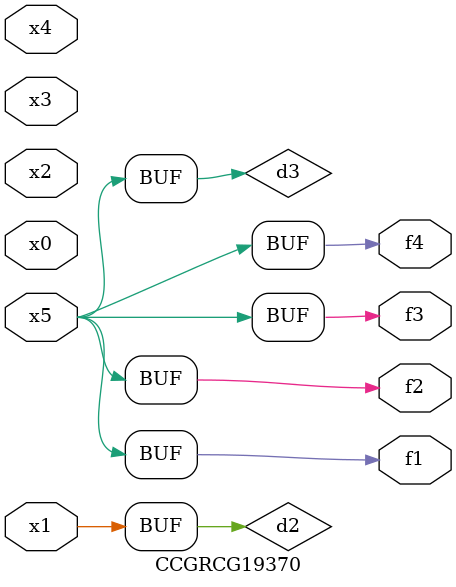
<source format=v>
module CCGRCG19370(
	input x0, x1, x2, x3, x4, x5,
	output f1, f2, f3, f4
);

	wire d1, d2, d3;

	not (d1, x5);
	or (d2, x1);
	xnor (d3, d1);
	assign f1 = d3;
	assign f2 = d3;
	assign f3 = d3;
	assign f4 = d3;
endmodule

</source>
